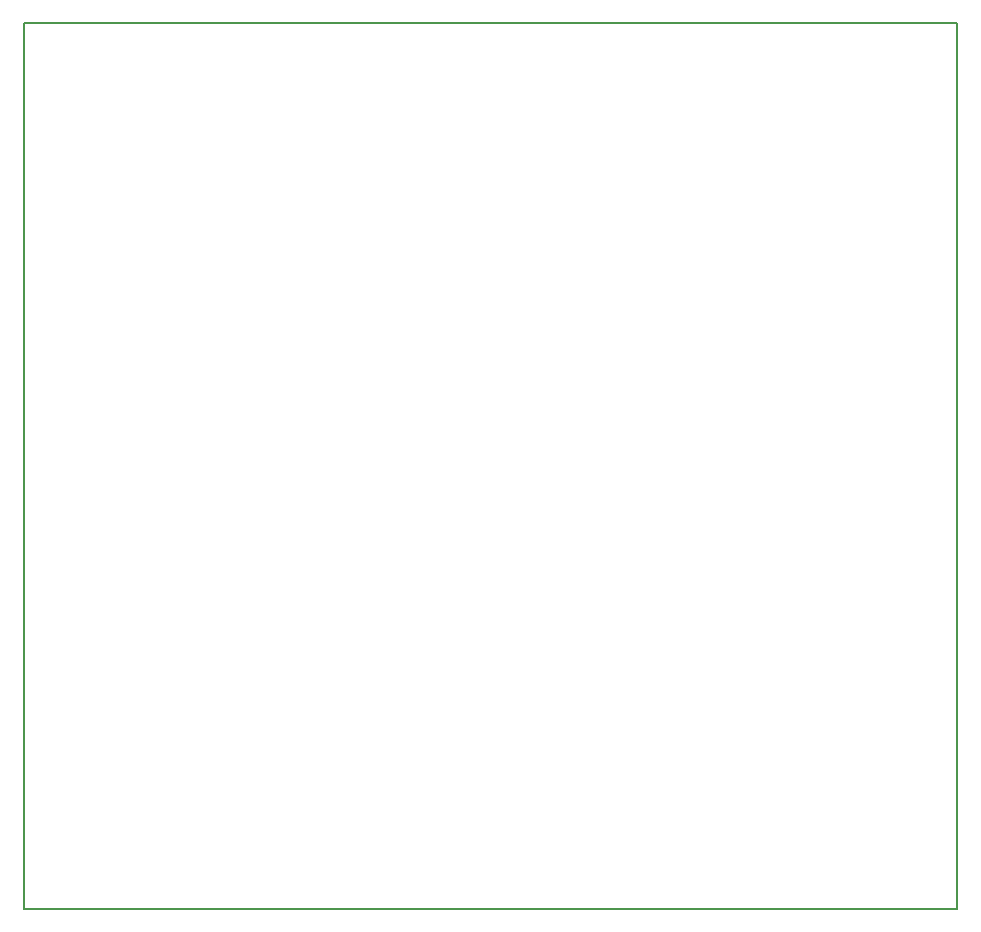
<source format=gbr>
G04 #@! TF.FileFunction,Profile,NP*
%FSLAX46Y46*%
G04 Gerber Fmt 4.6, Leading zero omitted, Abs format (unit mm)*
G04 Created by KiCad (PCBNEW 4.0.7) date 01/02/22 20:16:04*
%MOMM*%
%LPD*%
G01*
G04 APERTURE LIST*
%ADD10C,0.100000*%
%ADD11C,0.150000*%
G04 APERTURE END LIST*
D10*
D11*
X52000000Y-138000000D02*
X52000000Y-63000000D01*
X131000000Y-138000000D02*
X52000000Y-138000000D01*
X131000000Y-63000000D02*
X131000000Y-138000000D01*
X52000000Y-63000000D02*
X131000000Y-63000000D01*
M02*

</source>
